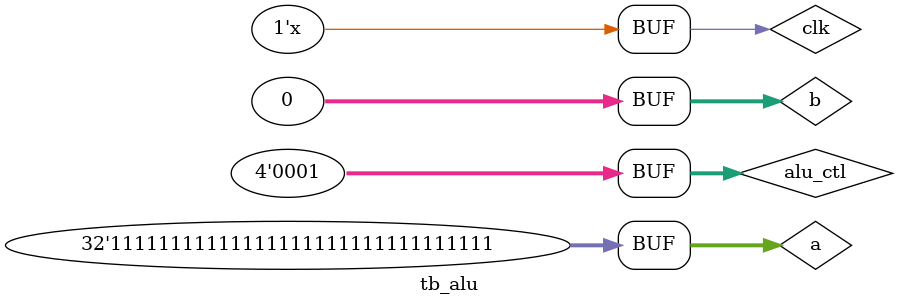
<source format=v>
`timescale 1 ns/10 ps

module tb_alu();
reg clk;
reg [31:0] a,b;
wire zero;
wire [31:0]out_sig;
reg [3:0]alu_ctl;
ALU alu_inst(out_sig, zero, a, b, alu_ctl);
initial begin
  clk = 1'b0;
  a = 32'hFFFF_FFFF;
  b = 32'h0;
  alu_ctl = 2;
#2   alu_ctl = 4'd6;
#2   alu_ctl = 0;
#2   alu_ctl = 1;
end
always #1 clk = ~clk;

// Testing IF module


endmodule
</source>
